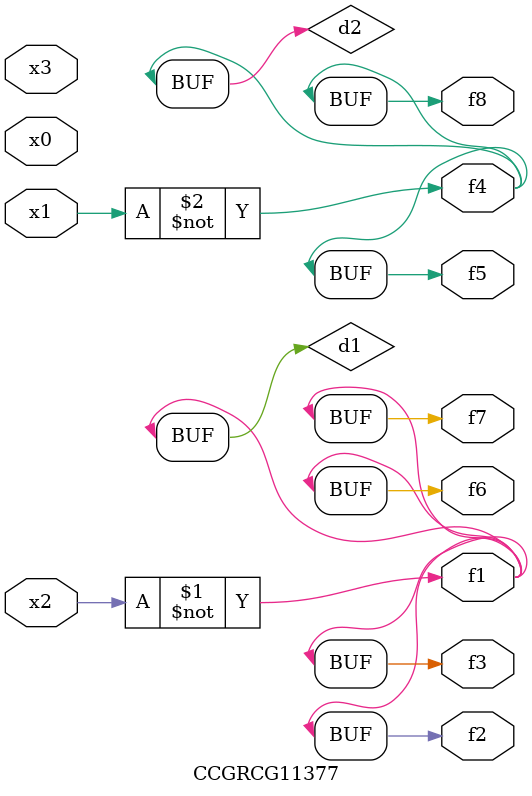
<source format=v>
module CCGRCG11377(
	input x0, x1, x2, x3,
	output f1, f2, f3, f4, f5, f6, f7, f8
);

	wire d1, d2;

	xnor (d1, x2);
	not (d2, x1);
	assign f1 = d1;
	assign f2 = d1;
	assign f3 = d1;
	assign f4 = d2;
	assign f5 = d2;
	assign f6 = d1;
	assign f7 = d1;
	assign f8 = d2;
endmodule

</source>
